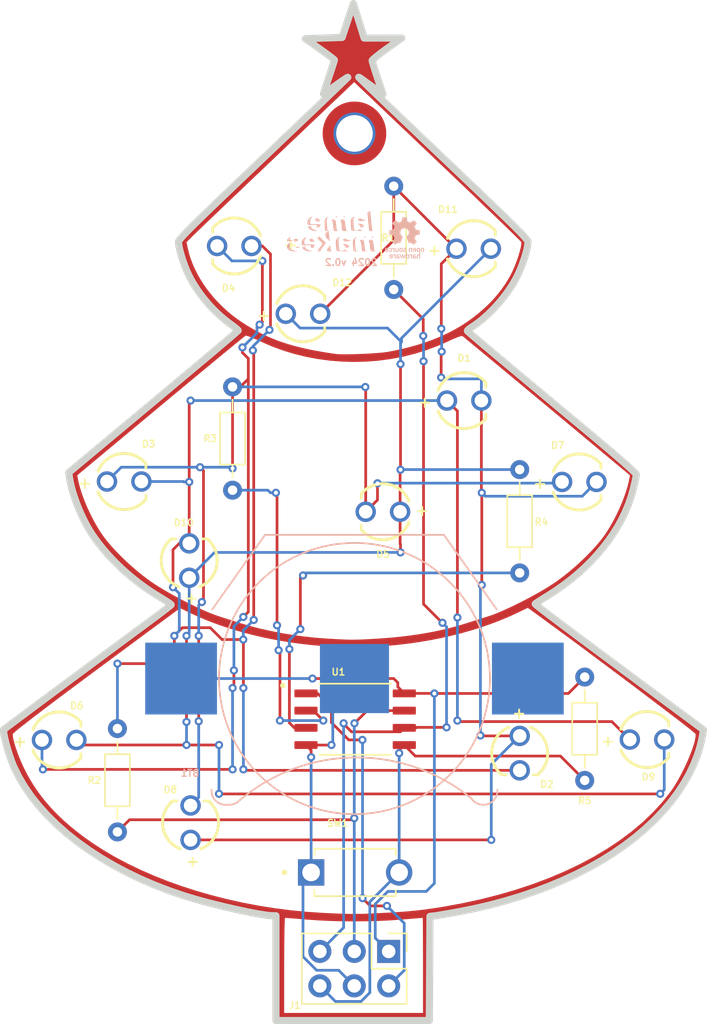
<source format=kicad_pcb>
(kicad_pcb (version 20240108) (generator "pcbnew") (generator_version "8.0")
  (title_block (title "Twinkly Tree") (date "2024-11-25") (rev "0.2") (company "lamemakes"))
  (layers (0 "F.Cu" signal) (31 "B.Cu" signal) (34 "B.Paste" user) (35 "F.Paste" user) (36 "B.SilkS" user "B.Silkscreen") (37 "F.SilkS" user "F.Silkscreen") (38 "B.Mask" user) (39 "F.Mask" user) (44 "Edge.Cuts" user))
  (net 0 "")
  (net 1 "Net-(D1-K)")
  (net 2 "Net-(D1-A)")
  (net 3 "Net-(D10-K)")
  (net 4 "Net-(D3-K)")
  (net 5 "GND")
  (net 6 "/MOSI")
  (net 7 "/+3v")
  (net 8 "/MISO")
  (net 9 "/SCK")
  (net 10 "Net-(U1-XTAL1{slash}PB3)")
  (net 11 "Net-(U1-XTAL2{slash}PB4)")
  (net 12 "/RST")
  (footprint "tree_ornament:WL-TMRC_3MM_LED" (layer "F.Cu") (at 153.8 113.6 -90)
    (property "Reference" "D2")
    (property "Value" "LED_R")
  )
  (footprint "tree_ornament:WL-TMRC_3MM_LED" (layer "F.Cu") (at 137.8 81.2)
    (property "Reference" "D12")
    (property "Value" "LED_G")
  )
  (footprint "tree_ornament:WL-TMRC_3MM_LED" (layer "F.Cu") (at 132.73 76.2 180)
    (property "Reference" "D4")
    (property "Value" "LED_R" (hide yes))
  )
  (footprint "tree_ornament:WL-TMRC_3MM_LED" (layer "F.Cu") (at 143.7 95.8 180)
    (property "Reference" "D5")
    (property "Value" "LED_G")
  )
  (footprint "Resistor_THT:R_Axial_DIN0204_L3.6mm_D1.6mm_P7.62mm_Horizontal" (layer "F.Cu") (at 132.6 86.59 -90)
    (property "Reference" "R3")
    (property "Value" "220" (hide yes))
  )
  (footprint "tree_ornament:WL-TMRC_3MM_LED" (layer "F.Cu") (at 150.4 76.4)
    (property "Reference" "D11")
    (property "Value" "LED_R")
  )
  (footprint "tree_ornament:WL-TMRC_3MM_LED" (layer "F.Cu") (at 129.4 99.4 90)
    (property "Reference" "D10")
    (property "Value" "LED_G")
  )
  (footprint "tree_ornament:WL-TMRC_3MM_LED" (layer "F.Cu") (at 163.2 112.6)
    (property "Reference" "D9")
    (property "Value" "LED_R")
  )
  (footprint "Connector_PinHeader_2.54mm:PinHeader_2x03_P2.54mm_Vertical" (layer "F.Cu") (at 144.125 128.225 -90)
    (property "Reference" "J1")
    (property "Value" "Conn_02x03_Counter_Clockwise" (hide yes))
  )
  (footprint "tree_ornament:SW_TL1107BF130WQ" (layer "F.Cu") (at 141.65 122.4)
    (property "Reference" "SW1")
    (property "Value" "TL1107BF130WQ" (hide yes))
  )
  (footprint "tree_ornament:WL-TMRC_3MM_LED" (layer "F.Cu") (at 149.7 87.6)
    (property "Reference" "D1")
    (property "Value" "LED_G" (hide yes))
  )
  (footprint "tree_ornament:WL-TMRC_3MM_LED" (layer "F.Cu") (at 119.8 112.63)
    (property "Reference" "D6")
    (property "Value" "LED_R")
  )
  (footprint "Resistor_THT:R_Axial_DIN0204_L3.6mm_D1.6mm_P7.62mm_Horizontal" (layer "F.Cu") (at 153.8 92.69 -90)
    (property "Reference" "R4")
    (property "Value" "220" (hide yes))
  )
  (footprint "tree_ornament:WL-TMRC_3MM_LED" (layer "F.Cu") (at 129.5 118.73 90)
    (property "Reference" "D8")
    (property "Value" "LED_R")
  )
  (footprint "tree_ornament:SOIC127P798X216-8N" (layer "F.Cu") (at 141.65 111.1)
    (property "Reference" "U1")
    (property "Value" "ATtiny85-20P")
  )
  (footprint "Resistor_THT:R_Axial_DIN0204_L3.6mm_D1.6mm_P7.62mm_Horizontal" (layer "F.Cu") (at 144.5 71.79 -90)
    (property "Reference" "R1")
    (property "Value" "220" (hide yes))
  )
  (footprint "tree_ornament:WL-TMRC_3MM_LED" (layer "F.Cu") (at 158.2 93.6)
    (property "Reference" "D7")
    (property "Value" "LED_G")
  )
  (footprint "Resistor_THT:R_Axial_DIN0204_L3.6mm_D1.6mm_P7.62mm_Horizontal" (layer "F.Cu") (at 158.6 107.99 -90)
    (property "Reference" "R5")
    (property "Value" "10k" (hide yes))
  )
  (footprint "MountingHole:MountingHole_2.7mm_M2.5_DIN965_Pad_TopOnly" (layer "F.Cu") (at 141.6 67.9)
    (property "Reference" "REF**" (hide yes))
    (property "Value" "MountingHole_2.7mm_M2.5_DIN965_Pad_TopOnly")
  )
  (footprint "tree_ornament:WL-TMRC_3MM_LED" (layer "F.Cu") (at 124.6 93.57)
    (property "Reference" "D3")
    (property "Value" "LED_G")
  )
  (footprint "tree_ornament:tree_outline" (layer "F.Cu") (at 141.6 95.8)
    (property "Reference" "REF**" (hide yes))
    (property "Value" "tree_outline")
  )
  (footprint "Resistor_THT:R_Axial_DIN0204_L3.6mm_D1.6mm_P7.62mm_Horizontal" (layer "F.Cu") (at 124.1 111.79 -90)
    (property "Reference" "R2")
    (property "Value" "220" (hide yes))
  )
  (footprint "tree_ornament:oshw_logo" (layer "B.Cu") (at 145.3 75.6 180)
    (property "Reference" "G***" (hide yes))
    (property "Value" "LOGO" (hide yes))
  )
  (footprint "tree_ornament:BAT_3002" (layer "B.Cu") (at 141.6 108.1)
    (property "Reference" "BT1")
    (property "Value" "3002" (hide yes))
  )
  (footprint "tree_ornament:lamemakes_logo" (layer "B.Cu") (at 139.95 75.1 180)
    (property "Reference" "G***" (hide yes))
    (property "Value" "LOGO" (hide yes))
  )
  (gr_poly (pts (xy 141.918131 59.595445) (xy 142.316162 60.867076) (xy 145.092962 60.867076) (xy 143.998835 61.645907) (xy 143.779048 61.804428) (xy 143.574006 61.956315) (xy 143.388197 62.097957) (xy 143.226108 62.225745) (xy 143.092227 62.336068) (xy 142.991041 62.425316) (xy 142.954111 62.460908) (xy 142.927039 62.489878) (xy 142.910383 62.511773) (xy 142.904707 62.526144) (xy 142.906781 62.542657) (xy 142.912866 62.57084) (xy 142.93625 62.659563) (xy 142.97322 62.787009) (xy 143.022135 62.947872) (xy 143.081357 63.136849) (xy 143.149246 63.348635) (xy 143.224161 63.577926) (xy 143.304465 63.819416) (xy 143.70422 65.011284) (xy 143.102196 64.585602) (xy 142.591193 64.220706) (xy 142.368953 64.059698) (xy 142.208008 63.941175) (xy 142.149318 63.89803) (xy 142.094566 63.859321) (xy 142.04495 63.825784) (xy 142.001667 63.798155) (xy 141.965917 63.777173) (xy 141.951241 63.769404) (xy 141.938898 63.763574) (xy 141.929036 63.759773) (xy 141.921807 63.758095) (xy 141.919226 63.75808) (xy 141.91736 63.758631) (xy 141.916226 63.759758) (xy 141.915844 63.761473) (xy 142.40883 64.244332) (xy 143.751117 65.530186) (xy 148.163582 69.727799) (xy 151.306328 72.718813) (xy 153.213275 74.563119) (xy 153.788607 75.139343) (xy 154.157331 75.529794) (xy 154.353558 75.768108) (xy 154.397647 75.840723) (xy 154.411404 75.887917) (xy 154.407085 75.990283) (xy 154.394375 76.107358) (xy 154.373749 76.237647) (xy 154.345677 76.379654) (xy 154.310635 76.531884) (xy 154.269094 76.692839) (xy 154.221527 76.861026) (xy 154.168408 77.034947) (xy 154.110209 77.213107) (xy 154.047403 77.39401) (xy 153.980463 77.576162) (xy 153.909862 77.758064) (xy 153.836073 77.938223) (xy 153.759569 78.115142) (xy 153.680823 78.287326) (xy 153.600308 78.453278) (xy 153.463441 78.712744) (xy 153.311526 78.974966) (xy 153.145804 79.238552) (xy 152.967517 79.502108) (xy 152.777908 79.764241) (xy 152.578219 80.023557) (xy 152.369691 80.278664) (xy 152.153567 80.528167) (xy 151.931089 80.770674) (xy 151.703499 81.00479) (xy 151.472039 81.229123) (xy 151.237952 81.442279) (xy 151.00248 81.642864) (xy 150.766864 81.829486) (xy 150.532347 82.000751) (xy 150.300171 82.155265) (xy 150.223654 82.205247) (xy 150.153151 82.254497) (xy 150.09014 82.30175) (xy 150.061908 82.324231) (xy 150.036103 82.345739) (xy 150.012913 82.366115) (xy 149.992521 82.385201) (xy 149.975112 82.402838) (xy 149.960872 82.418869) (xy 149.949985 82.433135) (xy 149.942637 82.445478) (xy 149.939013 82.45574) (xy 149.938655 82.460041) (xy 149.939297 82.463763) (xy 149.965796 82.494075) (xy 150.040619 82.563802) (xy 150.355648 82.838608) (xy 150.925204 83.322387) (xy 151.790105 84.049349) (xy 154.569224 86.369647) (xy 159.019562 90.073165) (xy 160.414937 91.244563) (xy 161.485047 92.165662) (xy 161.879598 92.516097) (xy 162.170596 92.784455) (xy 162.35063 92.964234) (xy 162.39672 93.018875) (xy 162.412289 93.048934) (xy 162.411083 93.069507) (xy 162.407546 93.099019) (xy 162.393952 93.182625) (xy 162.37246 93.295284) (xy 162.344025 93.432529) (xy 162.309598 93.589894) (xy 162.270134 93.76291) (xy 162.226585 93.947111) (xy 162.179905 94.13803) (xy 162.022074 94.697145) (xy 161.827845 95.252984) (xy 161.598178 95.804355) (xy 161.334035 96.350065) (xy 161.036376 96.888921) (xy 160.706162 97.419732) (xy 160.344355 97.941305) (xy 159.951915 98.452448) (xy 159.529804 98.951968) (xy 159.078982 99.438673) (xy 158.60041 99.91137) (xy 158.09505 100.368867) (xy 157.563862 100.809972) (xy 157.007808 101.233492) (xy 156.427848 101.638235) (xy 155.824944 102.023009) (xy 155.496222 102.226061) (xy 155.220972 102.401046) (xy 155.028027 102.52929) (xy 154.971429 102.570047) (xy 154.954676 102.583564) (xy 154.946221 102.592116) (xy 154.948203 102.600714) (xy 154.961467 102.617312) (xy 155.025459 102.677216) (xy 155.14543 102.777253) (xy 155.328616 102.922847) (xy 155.913569 103.372397) (xy 156.838196 104.069258) (xy 158.160374 105.056821) (xy 159.937981 106.378476) (xy 165.090992 110.197623) (xy 167.365158 111.881465) (xy 167.30534 112.242045) (xy 167.236312 112.608739) (xy 167.151127 112.974596) (xy 167.049982 113.339399) (xy 166.933072 113.702931) (xy 166.652738 114.425319) (xy 166.311687 115.140028) (xy 165.911484 115.845329) (xy 165.453692 116.539489) (xy 164.939873 117.220778) (xy 164.371593 117.887464) (xy 163.750413 118.537818) (xy 163.077897 119.170107) (xy 162.355609 119.7826) (xy 161.585112 120.373567) (xy 160.767969 120.941277) (xy 159.905744 121.483998) (xy 159 122) (xy 158.0523 122.487551) (xy 157.046447 122.955179) (xy 156.009938 123.390815) (xy 154.943673 123.794173) (xy 153.84855 124.164965) (xy 152.725469 124.502904) (xy 151.57533 124.807703) (xy 150.399032 125.079074) (xy 149.197476 125.316729) (xy 148.600258 125.423464) (xy 148.070675 125.51472) (xy 147.666246 125.580805) (xy 147.444491 125.612025) (xy 147.174801 125.637637) (xy 147.15136 129.480723) (xy 147.12792 133.323802) (xy 135.80287 133.323802) (xy 135.80287 125.5927) (xy 135.54155 125.5927) (xy 135.35664 125.583158) (xy 135.110248 125.555571) (xy 134.460778 125.452486) (xy 133.648653 125.295893) (xy 132.729386 125.098244) (xy 131.758491 124.871989) (xy 130.791481 124.629576) (xy 129.883871 124.383458) (xy 129.091173 124.146083) (xy 127.962101 123.761461) (xy 126.866866 123.340138) (xy 125.80792 122.883961) (xy 124.787715 122.39478) (xy 123.808705 121.874443) (xy 122.873341 121.324798) (xy 121.984075 120.747696) (xy 121.143361 120.144985) (xy 120.35365 119.518513) (xy 119.617395 118.87013) (xy 118.937048 118.201684) (xy 118.315061 117.515025) (xy 117.753888 116.812) (xy 117.255979 116.094459) (xy 116.823789 115.364251) (xy 116.459769 114.623225) (xy 116.382452 114.440282) (xy 116.304855 114.242155) (xy 116.152588 113.814446) (xy 116.010515 113.368301) (xy 115.886181 112.931921) (xy 115.787134 112.533507) (xy 115.720919 112.20126) (xy 115.702481 112.068762) (xy 115.695082 111.963382) (xy 115.699664 111.888645) (xy 115.706743 111.863868) (xy 115.717171 111.848075) (xy 120.155184 108.548479) (xy 126.514574 103.848914) (xy 127.11469 103.403796) (xy 127.607104 103.030819) (xy 127.940932 102.76907) (xy 128.032476 102.692123) (xy 128.056623 102.669268) (xy 128.065293 102.657641) (xy 128.064529 102.6541) (xy 128.06161 102.649311) (xy 128.049513 102.636131) (xy 128.029428 102.618388) (xy 128.00178 102.596365) (xy 127.966996 102.570347) (xy 127.9255 102.54062) (xy 127.824077 102.471177) (xy 127.700916 102.390314) (xy 127.559424 102.30031) (xy 127.403004 102.203444) (xy 127.235063 102.101996) (xy 126.858389 101.870339) (xy 126.487738 101.628644) (xy 126.123659 101.377418) (xy 125.766698 101.117169) (xy 125.417402 100.848403) (xy 125.07632 100.571627) (xy 124.743999 100.287348) (xy 124.420986 99.996073) (xy 124.107828 99.698308) (xy 123.805073 99.39456) (xy 123.513269 99.085337) (xy 123.232962 98.771145) (xy 122.9647 98.452491) (xy 122.709031 98.129882) (xy 122.466502 97.803825) (xy 122.23766 97.474826) (xy 122.094561 97.253403) (xy 121.953256 97.01846) (xy 121.814466 96.771787) (xy 121.678909 96.515177) (xy 121.547306 96.250423) (xy 121.420376 95.979315) (xy 121.298838 95.703647) (xy 121.183413 95.425209) (xy 121.074821 95.145795) (xy 120.973779 94.867196) (xy 120.881009 94.591204) (xy 120.79723 94.319611) (xy 120.723161 94.054209) (xy 120.659523 93.79679) (xy 120.607034 93.549147) (xy 120.566415 93.313071) (xy 120.505922 92.909671) (xy 126.760996 87.703078) (xy 131.178642 84.007075) (xy 132.522505 82.868071) (xy 133.01607 82.432326) (xy 133.015335 82.428512) (xy 133.013155 82.423707) (xy 133.009565 82.417939) (xy 133.004602 82.41124) (xy 132.9907 82.395166) (xy 132.971736 82.375723) (xy 132.947999 82.35315) (xy 132.919776 82.327684) (xy 132.887355 82.299567) (xy 132.851026 82.269035) (xy 132.811075 82.236328) (xy 132.76779 82.201685) (xy 132.721461 82.165344) (xy 132.672374 82.127545) (xy 132.620818 82.088525) (xy 132.567081 82.048525) (xy 132.511451 82.007782) (xy 132.454216 81.966536) (xy 132.218599 81.791991) (xy 131.986139 81.60763) (xy 131.757378 81.414088) (xy 131.53286 81.212002) (xy 131.313129 81.002007) (xy 131.098726 80.78474) (xy 130.890196 80.560835) (xy 130.688081 80.330931) (xy 130.492925 80.095661) (xy 130.30527 79.855663) (xy 130.12566 79.611572) (xy 129.954637 79.364023) (xy 129.792746 79.113654) (xy 129.640529 78.8611) (xy 129.498529 78.606997) (xy 129.36729 78.351981) (xy 129.295096 78.200138) (xy 129.223815 78.040143) (xy 129.086057 77.702434) (xy 128.958151 77.352337) (xy 128.844236 77.003334) (xy 128.748448 76.668908) (xy 128.674924 76.362541) (xy 128.647804 76.224094) (xy 128.627801 76.097717) (xy 128.615433 75.985096) (xy 128.611216 75.887917) (xy 128.614569 75.867235) (xy 128.624973 75.840723) (xy 128.642959 75.807855) (xy 128.669061 75.768107) (xy 128.747745 75.665865) (xy 128.865289 75.529794) (xy 129.025956 75.355687) (xy 129.234012 75.139342) (xy 129.49372 74.876554) (xy 129.809344 74.563118) (xy 130.185149 74.19483) (xy 130.625399 73.767486) (xy 131.71629 72.718812) (xy 133.116131 71.383462) (xy 134.859036 69.727799) (xy 139.271499 65.531003) (xy 141.106772 63.764252) (xy 141.104171 63.762881) (xy 141.096516 63.765208) (xy 141.066916 63.780351) (xy 140.956681 63.848362) (xy 140.79006 63.958612) (xy 140.581049 64.101428) (xy 140.343642 64.26714) (xy 140.091836 64.446074) (xy 139.839625 64.628557) (xy 139.601004 64.804919) (xy 139.54233 64.848184) (xy 139.487625 64.887238) (xy 139.438084 64.921321) (xy 139.394901 64.949671) (xy 139.359271 64.971527) (xy 139.33239 64.986128) (xy 139.322603 64.99047) (xy 139.315452 64.992713) (xy 139.311085 64.992761) (xy 139.309993 64.991932) (xy 139.309653 64.990519) (xy 139.318057 64.95919) (xy 139.341825 64.882272) (xy 139.42882 64.612039) (xy 139.557365 64.220571) (xy 139.714188 63.748617) (xy 139.870946 63.275073) (xy 139.999317 62.879274) (xy 140.086054 62.60263) (xy 140.109671 62.521934) (xy 140.117911 62.486555) (xy 140.116507 62.482828) (xy 140.112341 62.477179) (xy 140.095998 62.460323) (xy 140.069433 62.436405) (xy 140.033195 62.405841) (xy 139.933907 62.326447) (xy 139.802535 62.225479) (xy 139.643485 62.106276) (xy 139.461159 61.972176) (xy 139.25996 61.826518) (xy 139.044293 61.672638) (xy 137.970677 60.912024) (xy 139.329106 60.867076) (xy 140.687533 60.822128) (xy 141.103815 59.572971) (xy 141.5201 58.323814)) (stroke (width 0.529166)) (fill none) (layer "Edge.Cuts"))
  (gr_text "2024 v0.2" (at 143.35 77.7 0) (layer "B.SilkS") (effects (font (size 0.5 0.5) (thickness 0.1) (bold yes)) (justify left bottom mirror)))
  (segment (start 135.4 76.8) (end 134.8 76.2) (width 0.2) (layer "F.Cu") (net 1))
  (segment (start 134.8 76.2) (end 134 76.2) (width 0.2) (layer "F.Cu") (net 1))
  (segment (start 129.4 98.13) (end 129.4 93.6) (width 0.2) (layer "F.Cu") (net 1))
  (segment (start 135.4 82.309471) (end 135.4 76.8) (width 0.2) (layer "F.Cu") (net 1))
  (segment (start 131.824467 105.224467) (end 130.949998 104.349998) (width 0.2) (layer "F.Cu") (net 1))
  (segment (start 129.4 87.7) (end 129.5 87.6) (width 0.2) (layer "F.Cu") (net 1))
  (segment (start 128.67 98.13) (end 129.4 98.13) (width 0.2) (layer "F.Cu") (net 1))
  (segment (start 161.93 112.6) (end 160.606 111.276) (width 0.2) (layer "F.Cu") (net 1))
  (segment (start 134.16357 103.778655) (end 134.16357 83.96357) (width 0.2) (layer "F.Cu") (net 1))
  (segment (start 128.203641 101.367625) (end 128.203641 98.603641) (width 0.2) (layer "F.Cu") (net 1))
  (segment (start 133.391928 105.224467) (end 131.824467 105.224467) (width 0.2) (layer "F.Cu") (net 1))
  (segment (start 124.1 107) (end 128.2 107) (width 0.2) (layer "F.Cu") (net 1))
  (segment (start 133.4 105.232539) (end 133.391928 105.224467) (width 0.2) (layer "F.Cu") (net 1))
  (segment (start 130.949998 104.349998) (end 128.9 104.349998) (width 0.2) (layer "F.Cu") (net 1))
  (segment (start 128.9 104.349998) (end 128.3 104.949998) (width 0.2) (layer "F.Cu") (net 1))
  (segment (start 128.3 106.9) (end 128.3 104.949998) (width 0.2) (layer "F.Cu") (net 1))
  (segment (start 128.203641 98.603641) (end 128.2 98.6) (width 0.2) (layer "F.Cu") (net 1))
  (segment (start 128.2 98.6) (end 128.67 98.13) (width 0.2) (layer "F.Cu") (net 1))
  (segment (start 133.4 108.8) (end 133.4 105.232539) (width 0.2) (layer "F.Cu") (net 1))
  (segment (start 135.324167 82.385304) (end 135.4 82.309471) (width 0.2) (layer "F.Cu") (net 1))
  (segment (start 149.2 103.6) (end 149.2 88.37) (width 0.2) (layer "F.Cu") (net 1))
  (segment (start 134.16357 83.96357) (end 134.1 83.9) (width 0.2) (layer "F.Cu") (net 1))
  (segment (start 128.2 107) (end 128.3 106.9) (width 0.2) (layer "F.Cu") (net 1))
  (segment (start 153.8 114.87) (end 133.47 114.87) (width 0.2) (layer "F.Cu") (net 1))
  (segment (start 149.276 111.276) (end 149.2 111.2) (width 0.2) (layer "F.Cu") (net 1))
  (segment (start 133.47 114.87) (end 133.4 114.8) (width 0.2) (layer "F.Cu") (net 1))
  (segment (start 129.4 93.6) (end 129.4 87.7) (width 0.2) (layer "F.Cu") (net 1))
  (segment (start 149.2 88.37) (end 148.43 87.6) (width 0.2) (layer "F.Cu") (net 1))
  (segment (start 160.606 111.276) (end 149.276 111.276) (width 0.2) (layer "F.Cu") (net 1))
  (via (at 133.4 114.8) (size 0.6) (drill 0.3) (layers "F.Cu" "B.Cu") (net 1))
  (via (at 128.203641 101.367625) (size 0.6) (drill 0.3) (layers "F.Cu" "B.Cu") (net 1))
  (via (at 134.16357 103.778655) (size 0.6) (drill 0.3) (layers "F.Cu" "B.Cu") (net 1))
  (via (at 128.3 104.949998) (size 0.6) (drill 0.3) (layers "F.Cu" "B.Cu") (net 1))
  (via (at 124.1 107) (size 0.6) (drill 0.3) (layers "F.Cu" "B.Cu") (net 1))
  (via (at 134.1 83.9) (size 0.6) (drill 0.3) (layers "F.Cu" "B.Cu") (net 1))
  (via (at 149.2 111.2) (size 0.6) (drill 0.3) (layers "F.Cu" "B.Cu") (net 1))
  (via (at 129.5 87.6) (size 0.6) (drill 0.3) (layers "F.Cu" "B.Cu") (net 1))
  (via (at 135.324167 82.385304) (size 0.6) (drill 0.3) (layers "F.Cu" "B.Cu") (net 1))
  (via (at 133.4 108.8) (size 0.6) (drill 0.3) (layers "F.Cu" "B.Cu") (net 1))
  (via (at 129.4 93.6) (size 0.6) (drill 0.3) (layers "F.Cu" "B.Cu") (net 1))
  (via (at 149.2 103.6) (size 0.6) (drill 0.3) (layers "F.Cu" "B.Cu") (net 1))
  (via (at 133.391928 105.224467) (size 0.6) (drill 0.3) (layers "F.Cu" "B.Cu") (net 1))
  (segment (start 128.66825 101.832234) (end 128.203641 101.367625) (width 0.2) (layer "B.Cu") (net 1))
  (segment (start 149.2 111.2) (end 149.2 103.6) (width 0.2) (layer "B.Cu") (net 1))
  (segment (start 134.1 83.9) (end 134 83.8) (width 0.2) (layer "B.Cu") (net 1))
  (segment (start 133.391928 105.224467) (end 133.391928 104.550297) (width 0.2) (layer "B.Cu") (net 1))
  (segment (start 128.97 93.57) (end 125.87 93.57) (width 0.2) (layer "B.Cu") (net 1))
  (segment (start 129 93.6) (end 128.97 93.57) (width 0.2) (layer "B.Cu") (net 1))
  (segment (start 133.4 114.8) (end 133.4 108.8) (width 0.2) (layer "B.Cu") (net 1))
  (segment (start 129.5 87.6) (end 148.43 87.6) (width 0.2) (layer "B.Cu") (net 1))
  (segment (start 128.3 104.949998) (end 128.66825 104.581748) (width 0.2) (layer "B.Cu") (net 1))
  (segment (start 134.1 83.9) (end 134.1 83.609471) (width 0.2) (layer "B.Cu") (net 1))
  (segment (start 134.1 83.609471) (end 135.324167 82.385304) (width 0.2) (layer "B.Cu") (net 1))
  (segment (start 133.391928 104.550297) (end 134.16357 103.778655) (width 0.2) (layer "B.Cu") (net 1))
  (segment (start 129.4 93.6) (end 129 93.6) (width 0.2) (layer "B.Cu") (net 1))
  (segment (start 128.66825 104.581748) (end 128.66825 101.832234) (width 0.2) (layer "B.Cu") (net 1))
  (segment (start 124.1 111.79) (end 124.1 107) (width 0.2) (layer "B.Cu") (net 1))
  (segment (start 148 84.028405) (end 148.039272 83.989133) (width 0.2) (layer "F.Cu") (net 2))
  (segment (start 153.8 112.33) (end 150.93 112.33) (width 0.2) (layer "F.Cu") (net 2))
  (segment (start 148 85.9) (end 148 84.028405) (width 0.2) (layer "F.Cu") (net 2))
  (segment (start 144.5 75.77) (end 139.07 81.2) (width 0.2) (layer "F.Cu") (net 2))
  (segment (start 150.97 94.37) (end 151 94.4) (width 0.2) (layer "F.Cu") (net 2))
  (segment (start 144.5 71.79) (end 149.11 76.4) (width 0.2) (layer "F.Cu") (net 2))
  (segment (start 144.5 71.79) (end 144.5 75.77) (width 0.2) (layer "F.Cu") (net 2))
  (segment (start 149.11 76.4) (end 149.13 76.4) (width 0.2) (layer "F.Cu") (net 2))
  (segment (start 148.01088 82.299205) (end 148.01088 77.51912) (width 0.2) (layer "F.Cu") (net 2))
  (segment (start 129.5 120) (end 151.7 120) (width 0.2) (layer "F.Cu") (net 2))
  (segment (start 150.97 87.6) (end 150.97 94.37) (width 0.2) (layer "F.Cu") (net 2))
  (segment (start 148.01088 77.51912) (end 149.13 76.4) (width 0.2) (layer "F.Cu") (net 2))
  (segment (start 150.93 112.33) (end 150.9 112.3) (width 0.2) (layer "F.Cu") (net 2))
  (segment (start 151 101.2) (end 151 94.4) (width 0.2) (layer "F.Cu") (net 2))
  (via (at 151 94.4) (size 0.6) (drill 0.3) (layers "F.Cu" "B.Cu") (net 2))
  (via (at 148 85.9) (size 0.6) (drill 0.3) (layers "F.Cu" "B.Cu") (net 2))
  (via (at 151 101.2) (size 0.6) (drill 0.3) (layers "F.Cu" "B.Cu") (net 2))
  (via (at 151.7 120) (size 0.6) (drill 0.3) (layers "F.Cu" "B.Cu") (net 2))
  (via (at 150.9 112.3) (size 0.6) (drill 0.3) (layers "F.Cu" "B.Cu") (net 2))
  (via (at 148.01088 82.299205) (size 0.6) (drill 0.3) (layers "F.Cu" "B.Cu") (net 2))
  (via (at 148.039272 83.989133) (size 0.6) (drill 0.3) (layers "F.Cu" "B.Cu") (net 2))
  (segment (start 148.039272 82.327597) (end 148.01088 82.299205) (width 0.2) (layer "B.Cu") (net 2))
  (segment (start 150.9 112.3) (end 150.9 101.3) (width 0.2) (layer "B.Cu") (net 2))
  (segment (start 158.416 94.654) (end 159.47 93.6) (width 0.2) (layer "B.Cu") (net 2))
  (segment (start 148.1 86) (end 148 85.9) (width 0.2) (layer "B.Cu") (net 2))
  (segment (start 150.97 86.07) (end 150.9 86) (width 0.2) (layer "B.Cu") (net 2))
  (segment (start 151 94.4) (end 151.254 94.654) (width 0.2) (layer "B.Cu") (net 2))
  (segment (start 150.9 86) (end 148.1 86) (width 0.2) (layer "B.Cu") (net 2))
  (segment (start 148.039272 83.989133) (end 148.039272 82.327597) (width 0.2) (layer "B.Cu") (net 2))
  (segment (start 150.9 101.3) (end 151 101.2) (width 0.2) (layer "B.Cu") (net 2))
  (segment (start 151.7 114.43) (end 153.8 112.33) (width 0.2) (layer "B.Cu") (net 2))
  (segment (start 151.7 120) (end 151.7 114.43) (width 0.2) (layer "B.Cu") (net 2))
  (segment (start 151.254 94.654) (end 158.416 94.654) (width 0.2) (layer "B.Cu") (net 2))
  (segment (start 150.97 87.6) (end 150.97 86.07) (width 0.2) (layer "B.Cu") (net 2))
  (segment (start 121.44 113) (end 129.2 113) (width 0.2) (layer "F.Cu") (net 3))
  (segment (start 131.6 113) (end 129.2 113) (width 0.2) (layer "F.Cu") (net 3))
  (segment (start 129.2 111.3) (end 129.2 104.949998) (width 0.2) (layer "F.Cu") (net 3))
  (segment (start 145 84.911533) (end 145.001834 84.909699) (width 0.2) (layer "F.Cu") (net 3))
  (segment (start 144.97 98.17) (end 144.97 95.8) (width 0.2) (layer "F.Cu") (net 3))
  (segment (start 145 98.2) (end 144.97 98.17) (width 0.2) (layer "F.Cu") (net 3))
  (segment (start 145 98.8) (end 145 98.2) (width 0.2) (layer "F.Cu") (net 3))
  (segment (start 164.164895 116.61) (end 131.61 116.61) (width 0.2) (layer "F.Cu") (net 3))
  (segment (start 121.07 112.63) (end 121.44 113) (width 0.2) (layer "F.Cu") (net 3))
  (segment (start 145 92.7) (end 145 84.911533) (width 0.2) (layer "F.Cu") (net 3))
  (segment (start 131.61 116.61) (end 131.6 116.6) (width 0.2) (layer "F.Cu") (net 3))
  (segment (start 164.174897 116.599998) (end 164.164895 116.61) (width 0.2) (layer "F.Cu") (net 3))
  (segment (start 145 92.7) (end 144.97 92.73) (width 0.2) (layer "F.Cu") (net 3))
  (segment (start 144.97 92.73) (end 144.97 95.8) (width 0.2) (layer "F.Cu") (net 3))
  (via (at 129.2 113) (size 0.6) (drill 0.3) (layers "F.Cu" "B.Cu") (net 3))
  (via (at 131.6 116.6) (size 0.6) (drill 0.3) (layers "F.Cu" "B.Cu") (net 3))
  (via (at 145 92.7) (size 0.6) (drill 0.3) (layers "F.Cu" "B.Cu") (net 3))
  (via (at 145.001834 84.909699) (size 0.6) (drill 0.3) (layers "F.Cu" "B.Cu") (net 3))
  (via (at 145 98.8) (size 0.6) (drill 0.3) (layers "F.Cu" "B.Cu") (net 3))
  (via (at 129.2 111.3) (size 0.6) (drill 0.3) (layers "F.Cu" "B.Cu") (net 3))
  (via (at 164.174897 116.599998) (size 0.6) (drill 0.3) (layers "F.Cu" "B.Cu") (net 3))
  (via (at 129.2 104.949998) (size 0.6) (drill 0.3) (layers "F.Cu" "B.Cu") (net 3))
  (via (at 131.6 113) (size 0.6) (drill 0.3) (layers "F.Cu" "B.Cu") (net 3))
  (segment (start 164.47 112.6) (end 164.47 116.304895) (width 0.2) (layer "B.Cu") (net 3))
  (segment (start 131.27 98.8) (end 145 98.8) (width 0.2) (layer "B.Cu") (net 3))
  (segment (start 129.2 113) (end 129.2 111.3) (width 0.2) (layer "B.Cu") (net 3))
  (segment (start 145.074393 83.286375) (end 145.074393 82.995607) (width 0.2) (layer "B.Cu") (net 3))
  (segment (start 145.01 92.69) (end 145 92.7) (width 0.2) (layer "B.Cu") (net 3))
  (segment (start 164.47 116.304895) (end 164.174897 116.599998) (width 0.2) (layer "B.Cu") (net 3))
  (segment (start 153.8 92.69) (end 145.01 92.69) (width 0.2) (layer "B.Cu") (net 3))
  (segment (start 129.4 104.749998) (end 129.4 100.67) (width 0.2) (layer "B.Cu") (net 3))
  (segment (start 145.001834 84.909699) (end 145.001834 83.358934) (width 0.2) (layer "B.Cu") (net 3))
  (segment (start 131.6 116.6) (end 131.6 113) (width 0.2) (layer "B.Cu") (net 3))
  (segment (start 145.074393 83.286375) (end 144.042018 82.254) (width 0.2) (layer "B.Cu") (net 3))
  (segment (start 129.4 100.67) (end 131.27 98.8) (width 0.2) (layer "B.Cu") (net 3))
  (segment (start 129.2 104.949998) (end 129.4 104.749998) (width 0.2) (layer "B.Cu") (net 3))
  (segment (start 144.042018 82.254) (end 137.584 82.254) (width 0.2) (layer "B.Cu") (net 3))
  (segment (start 145.074393 82.995607) (end 151.67 76.4) (width 0.2) (layer "B.Cu") (net 3))
  (segment (start 137.584 82.254) (end 136.53 81.2) (width 0.2) (layer "B.Cu") (net 3))
  (segment (start 145.001834 83.358934) (end 145.074393 83.286375) (width 0.2) (layer "B.Cu") (net 3))
  (segment (start 130.1 104.949998) (end 130.1 111.250002) (width 0.2) (layer "F.Cu") (net 4))
  (segment (start 133.76357 84.5) (end 133.76357 86) (width 0.2) (layer "F.Cu") (net 4))
  (segment (start 142.43 95.8) (end 142.43 86.63) (width 0.2) (layer "F.Cu") (net 4))
  (segment (start 132.7 107.5) (end 132.7 108.699997) (width 0.2) (layer "F.Cu") (net 4))
  (segment (start 130.454 102.340911) (end 130.454 92.77) (width 0.2) (layer "F.Cu") (net 4))
  (segment (start 133.330778 84.067208) (end 133.76357 84.5) (width 0.2) (layer "F.Cu") (net 4))
  (segment (start 133.76357 86) (end 133.76357 103.188508) (width 0.2) (layer "F.Cu") (net 4))
  (segment (start 134.8 77.3) (end 134.8 81.8) (width 0.2) (layer "F.Cu") (net 4))
  (segment (start 132.6 114.8) (end 118.6 114.8) (width 0.2) (layer "F.Cu") (net 4))
  (segment (start 132.6 86.59) (end 132.6 92.6) (width 0.2) (layer "F.Cu") (net 4))
  (segment (start 143.3 93.7) (end 143.3 94.93) (width 0.2) (layer "F.Cu") (net 4))
  (segment (start 142.43 86.63) (end 142.4 86.6) (width 0.2) (layer "F.Cu") (net 4))
  (segment (start 132.6 86.59) (end 133.17357 86.59) (width 0.2) (layer "F.Cu") (net 4))
  (segment (start 133.17357 86.59) (end 133.76357 86) (width 0.2) (layer "F.Cu") (net 4))
  (segment (start 130.454 92.77) (end 130.2 92.516) (width 0.2) (layer "F.Cu") (net 4))
  (segment (start 133.330778 83.680222) (end 133.330778 84.067208) (width 0.2) (layer "F.Cu") (net 4))
  (segment (start 133.76357 103.188508) (end 133.394809 103.557269) (width 0.2) (layer "F.Cu") (net 4))
  (segment (start 143.3 94.93) (end 142.43 95.8) (width 0.2) (layer "F.Cu") (net 4))
  (segment (start 134.8 81.8) (end 134.6 82) (width 0.2) (layer "F.Cu") (net 4))
  (segment (start 130.336467 102.458444) (end 130.454 102.340911) (width 0.2) (layer "F.Cu") (net 4))
  (segment (start 132.7 108.699997) (end 132.599997 108.8) (width 0.2) (layer "F.Cu") (net 4))
  (via (at 130.2 92.516) (size 0.6) (drill 0.3) (layers "F.Cu" "B.Cu") (net 4))
  (via (at 130.1 104.949998) (size 0.6) (drill 0.3) (layers "F.Cu" "B.Cu") (net 4))
  (via (at 132.599997 108.8) (size 0.6) (drill 0.3) (layers "F.Cu" "B.Cu") (net 4))
  (via (at 133.330778 83.680222) (size 0.6) (drill 0.3) (layers "F.Cu" "B.Cu") (net 4))
  (via (at 142.4 86.6) (size 0.6) (drill 0.3) (layers "F.Cu" "B.Cu") (net 4))
  (via (at 132.6 92.6) (size 0.6) (drill 0.3) (layers "F.Cu" "B.Cu") (net 4))
  (via (at 132.7 107.5) (size 0.6) (drill 0.3) (layers "F.Cu" "B.Cu") (net 4))
  (via (at 143.3 93.7) (size 0.6) (drill 0.3) (layers "F.Cu" "B.Cu") (net 4))
  (via (at 132.6 114.8) (size 0.6) (drill 0.3) (layers "F.Cu" "B.Cu") (net 4))
  (via (at 130.1 111.250002) (size 0.6) (drill 0.3) (layers "F.Cu" "B.Cu") (net 4))
  (via (at 133.394809 103.557269) (size 0.6) (drill 0.3) (layers "F.Cu" "B.Cu") (net 4))
  (via (at 134.8 77.3) (size 0.6) (drill 0.3) (layers "F.Cu" "B.Cu") (net 4))
  (via (at 134.6 82) (size 0.6) (drill 0.3) (layers "F.Cu" "B.Cu") (net 4))
  (via (at 130.336467 102.458444) (size 0.6) (drill 0.3) (layers "F.Cu" "B.Cu") (net 4))
  (via (at 118.6 114.8) (size 0.6) (drill 0.3) (layers "F.Cu" "B.Cu") (net 4))
  (segment (start 133.394809 103.557269) (end 132.7 104.252078) (width 0.2) (layer "B.Cu") (net 4))
  (segment (start 132.7 104.252078) (end 132.7 107.5) (width 0.2) (layer "B.Cu") (net 4))
  (segment (start 134.4 82.611) (end 133.330778 83.680222) (width 0.2) (layer "B.Cu") (net 4))
  (segment (start 130.1 116.86) (end 129.5 117.46) (width 0.2) (layer "B.Cu") (net 4))
  (segment (start 156.84 93.69) (end 143.31 93.69) (width 0.2) (layer "B.Cu") (net 4))
  (segment (start 130.2 92.516) (end 124.384 92.516) (width 0.2) (layer "B.Cu") (net 4))
  (segment (start 132.6 92.6) (end 132.516 92.516) (width 0.2) (layer "B.Cu") (net 4))
  (segment (start 143.31 93.69) (end 143.3 93.7) (width 0.2) (layer "B.Cu") (net 4))
  (segment (start 134.6 82) (end 134.4 82.2) (width 0.2) (layer "B.Cu") (net 4))
  (segment (start 130.1 102.694911) (end 130.1 104.949998) (width 0.2) (layer "B.Cu") (net 4))
  (segment (start 130.336467 102.458444) (end 130.1 102.694911) (width 0.2) (layer "B.Cu") (net 4))
  (segment (start 142.39 86.59) (end 132.6 86.59) (width 0.2) (layer "B.Cu") (net 4))
  (segment (start 134.4 82.2) (end 134.4 82.611) (width 0.2) (layer "B.Cu") (net 4))
  (segment (start 132.599997 108.8) (end 132.599997 114.799997) (width 0.2) (layer "B.Cu") (net 4))
  (segment (start 124.384 92.516) (end 123.33 93.57) (width 0.2) (layer "B.Cu") (net 4))
  (segment (start 132.516 92.516) (end 130.2 92.516) (width 0.2) (layer "B.Cu") (net 4))
  (segment (start 130.1 111.250002) (end 130.1 116.86) (width 0.2) (layer "B.Cu") (net 4))
  (segment (start 142.4 86.6) (end 142.39 86.59) (width 0.2) (layer "B.Cu") (net 4))
  (segment (start 156.93 93.6) (end 156.84 93.69) (width 0.2) (layer "B.Cu") (net 4))
  (segment (start 131.46 76.2) (end 132.56 77.3) (width 0.2) (layer "B.Cu") (net 4))
  (segment (start 118.6 114.8) (end 118.53 114.73) (width 0.2) (layer "B.Cu") (net 4))
  (segment (start 132.56 77.3) (end 134.8 77.3) (width 0.2) (layer "B.Cu") (net 4))
  (segment (start 118.53 114.73) (end 118.53 112.63) (width 0.2) (layer "B.Cu") (net 4))
  (segment (start 132.599997 114.799997) (end 132.6 114.8) (width 0.2) (layer "B.Cu") (net 4))
  (segment (start 138.4 113.9) (end 138.4 113.385) (width 0.2) (layer "F.Cu") (net 5))
  (segment (start 138.4 113.385) (end 138.02 113.005) (width 0.2) (layer "F.Cu") (net 5))
  (segment (start 139.895 113.005) (end 139.9 113) (width 0.2) (layer "F.Cu") (net 5))
  (segment (start 138.02 113.005) (end 139.895 113.005) (width 0.2) (layer "F.Cu") (net 5))
  (via (at 139.9 113) (size 0.6) (drill 0.3) (layers "F.Cu" "B.Cu") (net 5))
  (via (at 138.4 113.9) (size 0.6) (drill 0.3) (layers "F.Cu" "B.Cu") (net 5))
  (segment (start 141.585 130.765) (end 140.435 129.615) (width 0.2) (layer "B.Cu") (net 5))
  (segment (start 138.4 122.4) (end 138.4 113.9) (width 0.2) (layer "B.Cu") (net 5))
  (segment (start 140.435 129.615) (end 138.808654 129.615) (width 0.2) (layer "B.Cu") (net 5))
  (segment (start 140 112.9) (end 140 109.7) (width 0.2) (layer "B.Cu") (net 5))
  (segment (start 137.8 123) (end 138.4 122.4) (width 0.2) (layer "B.Cu") (net 5))
  (segment (start 140 109.7) (end 141.6 108.1) (width 0.2) (layer "B.Cu") (net 5))
  (segment (start 139.9 113) (end 140 112.9) (width 0.2) (layer "B.Cu") (net 5))
  (segment (start 138.808654 129.615) (end 137.8 128.606346) (width 0.2) (layer "B.Cu") (net 5))
  (segment (start 137.8 128.606346) (end 137.8 123) (width 0.2) (layer "B.Cu") (net 5))
  (segment (start 144.9 113.6) (end 144.9 113.385) (width 0.2) (layer "F.Cu") (net 6))
  (segment (start 156.806 113.816) (end 146.091 113.816) (width 0.2) (layer "F.Cu") (net 6))
  (segment (start 146.091 113.816) (end 145.28 113.005) (width 0.2) (layer "F.Cu") (net 6))
  (segment (start 144.9 113.385) (end 145.28 113.005) (width 0.2) (layer "F.Cu") (net 6))
  (segment (start 158.6 115.61) (end 156.806 113.816) (width 0.2) (layer "F.Cu") (net 6))
  (via (at 144.9 113.6) (size 0.6) (drill 0.3) (layers "F.Cu" "B.Cu") (net 6))
  (segment (start 139.045 130.765) (end 140.195 131.915) (width 0.2) (layer "B.Cu") (net 6))
  (segment (start 142.735 124.565) (end 144.9 122.4) (width 0.2) (layer "B.Cu") (net 6))
  (segment (start 142.735 131.265) (end 142.735 124.565) (width 0.2) (layer "B.Cu") (net 6))
  (segment (start 144.9 122.4) (end 144.9 113.6) (width 0.2) (layer "B.Cu") (net 6))
  (segment (start 140.195 131.915) (end 142.085 131.915) (width 0.2) (layer "B.Cu") (net 6))
  (segment (start 142.085 131.915) (end 142.735 131.265) (width 0.2) (layer "B.Cu") (net 6))
  (segment (start 157.39 109.2) (end 158.6 107.99) (width 0.2) (layer "F.Cu") (net 7))
  (segment (start 147.5 109.2) (end 147.495 109.195) (width 0.2) (layer "F.Cu") (net 7))
  (segment (start 138.5 108.1) (end 144.5 108.1) (width 0.2) (layer "F.Cu") (net 7))
  (segment (start 147.5 109.2) (end 157.39 109.2) (width 0.2) (layer "F.Cu") (net 7))
  (segment (start 147.495 109.195) (end 145.28 109.195) (width 0.2) (layer "F.Cu") (net 7))
  (segment (start 144.8 108.4) (end 144.8 108.715) (width 0.2) (layer "F.Cu") (net 7))
  (segment (start 144.5 108.1) (end 144.8 108.4) (width 0.2) (layer "F.Cu") (net 7))
  (segment (start 144.8 108.715) (end 145.28 109.195) (width 0.2) (layer "F.Cu") (net 7))
  (via (at 138.5 108.1) (size 0.6) (drill 0.3) (layers "F.Cu" "B.Cu") (net 7))
  (via (at 147.5 109.2) (size 0.6) (drill 0.3) (layers "F.Cu" "B.Cu") (net 7))
  (segment (start 147.5 123.2) (end 147.5 109.2) (width 0.2) (layer "B.Cu") (net 7))
  (segment (start 144.065686 123.8) (end 146.9 123.8) (width 0.2) (layer "B.Cu") (net 7))
  (segment (start 143.135 127.235) (end 143.135 124.730686) (width 0.2) (layer "B.Cu") (net 7))
  (segment (start 146.9 123.8) (end 147.5 123.2) (width 0.2) (layer "B.Cu") (net 7))
  (segment (start 128.8 108.1) (end 138.5 108.1) (width 0.2) (layer "B.Cu") (net 7))
  (segment (start 144.125 128.225) (end 143.135 127.235) (width 0.2) (layer "B.Cu") (net 7))
  (segment (start 143.135 124.730686) (end 144.065686 123.8) (width 0.2) (layer "B.Cu") (net 7))
  (segment (start 145.28 111.735) (end 144.99 112.025) (width 0.2) (layer "F.Cu") (net 8))
  (segment (start 146.677651 82.830517) (end 146.677651 81.587651) (width 0.2) (layer "F.Cu") (net 8))
  (segment (start 141.376471 112.025) (end 140.799997 111.448526) (width 0.2) (layer "F.Cu") (net 8))
  (segment (start 148.094647 103.992203) (end 148.098243 103.988607) (width 0.2) (layer "F.Cu") (net 8))
  (segment (start 146.169999 111.7) (end 148.4 111.7) (width 0.2) (layer "F.Cu") (net 8))
  (segment (start 146.7 102.609002) (end 146.7 84.7) (width 0.2) (layer "F.Cu") (net 8))
  (segment (start 145.28 111.735) (end 146.134999 111.735) (width 0.2) (layer "F.Cu") (net 8))
  (segment (start 148.083201 103.992203) (end 146.7 102.609002) (width 0.2) (layer "F.Cu") (net 8))
  (segment (start 146.677651 81.587651) (end 144.5 79.41) (width 0.2) (layer "F.Cu") (net 8))
  (segment (start 144.99 112.025) (end 141.376471 112.025) (width 0.2) (layer "F.Cu") (net 8))
  (segment (start 140.799997 111.448526) (end 140.799997 111.4) (width 0.2) (layer "F.Cu") (net 8))
  (segment (start 148.083201 103.992203) (end 148.094647 103.992203) (width 0.2) (layer "F.Cu") (net 8))
  (segment (start 146.134999 111.735) (end 146.169999 111.7) (width 0.2) (layer "F.Cu") (net 8))
  (via (at 146.7 84.7) (size 0.6) (drill 0.3) (layers "F.Cu" "B.Cu") (net 8))
  (via (at 140.799997 111.4) (size 0.6) (drill 0.3) (layers "F.Cu" "B.Cu") (net 8))
  (via (at 146.677651 82.830517) (size 0.6) (drill 0.3) (layers "F.Cu" "B.Cu") (net 8))
  (via (at 148.4 111.7) (size 0.6) (drill 0.3) (layers "F.Cu" "B.Cu") (net 8))
  (via (at 148.098243 103.988607) (size 0.6) (drill 0.3) (layers "F.Cu" "B.Cu") (net 8))
  (segment (start 146.7 82.852866) (end 146.677651 82.830517) (width 0.2) (layer "B.Cu") (net 8))
  (segment (start 140.799997 111.4) (end 140.799997 126.470003) (width 0.2) (layer "B.Cu") (net 8))
  (segment (start 148.098243 103.988607) (end 148.4 104.290364) (width 0.2) (layer "B.Cu") (net 8))
  (segment (start 140.799997 126.470003) (end 139.045 128.225) (width 0.2) (layer "B.Cu") (net 8))
  (segment (start 148.4 104.290364) (end 148.4 111.7) (width 0.2) (layer "B.Cu") (net 8))
  (segment (start 146.7 84.7) (end 146.7 82.852866) (width 0.2) (layer "B.Cu") (net 8))
  (segment (start 141.471 118.514) (end 141.585 118.4) (width 0.2) (layer "F.Cu") (net 9))
  (segment (start 142.535 110.465) (end 145.28 110.465) (width 0.2) (layer "F.Cu") (net 9))
  (segment (start 124.996 118.514) (end 141.471 118.514) (width 0.2) (layer "F.Cu") (net 9))
  (segment (start 141.6 111.4) (end 142.535 110.465) (width 0.2) (layer "F.Cu") (net 9))
  (segment (start 124.1 119.41) (end 124.996 118.514) (width 0.2) (layer "F.Cu") (net 9))
  (via (at 141.6 111.4) (size 0.6) (drill 0.3) (layers "F.Cu" "B.Cu") (net 9))
  (via (at 141.585 118.4) (size 0.6) (drill 0.3) (layers "F.Cu" "B.Cu") (net 9))
  (segment (start 141.585 118.4) (end 141.585 111.415) (width 0.2) (layer "B.Cu") (net 9))
  (segment (start 141.585 128.225) (end 141.585 118.4) (width 0.2) (layer "B.Cu") (net 9))
  (segment (start 141.585 111.415) (end 141.6 111.4) (width 0.2) (layer "B.Cu") (net 9))
  (segment (start 138.565 110.465) (end 139.3 111.2) (width 0.2) (layer "F.Cu") (net 10))
  (segment (start 138.02 110.465) (end 138.565 110.465) (width 0.2) (layer "F.Cu") (net 10))
  (segment (start 136.1 106.110225) (end 136.000009 106.010234) (width 0.2) (layer "F.Cu") (net 10))
  (segment (start 135.883004 94.483004) (end 135.8 94.4) (width 0.2) (layer "F.Cu") (net 10))
  (segment (start 135.883004 104.173837) (end 135.883004 94.483004) (width 0.2) (layer "F.Cu") (net 10))
  (segment (start 136.1 111.2) (end 136.1 106.110225) (width 0.2) (layer "F.Cu") (net 10))
  (via (at 136.000009 106.010234) (size 0.6) (drill 0.3) (layers "F.Cu" "B.Cu") (net 10))
  (via (at 135.883004 104.173837) (size 0.6) (drill 0.3) (layers "F.Cu" "B.Cu") (net 10))
  (via (at 136.1 111.2) (size 0.6) (drill 0.3) (layers "F.Cu" "B.Cu") (net 10))
  (via (at 139.3 111.2) (size 0.6) (drill 0.3) (layers "F.Cu" "B.Cu") (net 10))
  (via (at 135.8 94.4) (size 0.6) (drill 0.3) (layers "F.Cu" "B.Cu") (net 10))
  (segment (start 136.000009 104.290842) (end 135.883004 104.173837) (width 0.2) (layer "B.Cu") (net 10))
  (segment (start 139.3 111.2) (end 136.1 111.2) (width 0.2) (layer "B.Cu") (net 10))
  (segment (start 135.8 94.4) (end 135.4 94.4) (width 0.2) (layer "B.Cu") (net 10))
  (segment (start 136.000009 106.010234) (end 136.000009 104.290842) (width 0.2) (layer "B.Cu") (net 10))
  (segment (start 135.4 94.4) (end 135.21 94.21) (width 0.2) (layer "B.Cu") (net 10))
  (segment (start 135.21 94.21) (end 132.6 94.21) (width 0.2) (layer "B.Cu") (net 10))
  (segment (start 136.795854 111.365853) (end 136.795854 105.928781) (width 0.2) (layer "F.Cu") (net 11))
  (segment (start 137.605926 100.694074) (end 137.8 100.5) (width 0.2) (layer "F.Cu") (net 11))
  (segment (start 138.02 111.735) (end 137.165001 111.735) (width 0.2) (layer "F.Cu") (net 11))
  (segment (start 137.605926 104.456346) (end 137.605926 100.694074) (width 0.2) (layer "F.Cu") (net 11))
  (segment (start 137.165001 111.735) (end 136.795854 111.365853) (width 0.2) (layer "F.Cu") (net 11))
  (via (at 137.8 100.5) (size 0.6) (drill 0.3) (layers "F.Cu" "B.Cu") (net 11))
  (via (at 137.605926 104.456346) (size 0.6) (drill 0.3) (layers "F.Cu" "B.Cu") (net 11))
  (via (at 136.795854 105.928781) (size 0.6) (drill 0.3) (layers "F.Cu" "B.Cu") (net 11))
  (segment (start 136.795854 105.266418) (end 137.605926 104.456346) (width 0.2) (layer "B.Cu") (net 11))
  (segment (start 137.8 100.5) (end 137.99 100.31) (width 0.2) (layer "B.Cu") (net 11))
  (segment (start 137.99 100.31) (end 153.8 100.31) (width 0.2) (layer "B.Cu") (net 11))
  (segment (start 136.795854 105.928781) (end 136.795854 105.266418) (width 0.2) (layer "B.Cu") (net 11))
  (segment (start 141.176468 112.625) (end 139.9 111.348532) (width 0.2) (layer "F.Cu") (net 12))
  (segment (start 139.9 110.220001) (end 138.874999 109.195) (width 0.2) (layer "F.Cu") (net 12))
  (segment (start 142.185 112.625) (end 141.176468 112.625) (width 0.2) (layer "F.Cu") (net 12))
  (segment (start 142.766536 124.867878) (end 142.197342 124.298684) (width 0.2) (layer "F.Cu") (net 12))
  (segment (start 143.998288 124.867878) (end 142.766536 124.867878) (width 0.2) (layer "F.Cu") (net 12))
  (segment (start 138.874999 109.195) (end 138.02 109.195) (width 0.2) (layer "F.Cu") (net 12))
  (segment (start 139.9 111.348532) (end 139.9 110.220001) (width 0.2) (layer "F.Cu") (net 12))
  (via (at 143.998288 124.867878) (size 0.6) (drill 0.3) (layers "F.Cu" "B.Cu") (net 12))
  (via (at 142.197342 124.298684) (size 0.6) (drill 0.3) (layers "F.Cu" "B.Cu") (net 12))
  (via (at 142.185 112.625) (size 0.6) (drill 0.3) (layers "F.Cu" "B.Cu") (net 12))
  (segment (start 145.275 126.14459) (end 143.998288 124.867878) (width 0.2) (layer "B.Cu") (net 12))
  (segment (start 144.125 130.765) (end 145.275 129.615) (width 0.2) (layer "B.Cu") (net 12))
  (segment (start 142.197342 124.298684) (end 142.197342 112.637342) (width 0.2) (layer "B.Cu") (net 12))
  (segment (start 142.197342 112.637342) (end 142.185 112.625) (width 0.2) (layer "B.Cu") (net 12))
  (segment (start 145.275 129.615) (end 145.275 126.14459) (width 0.2) (layer "B.Cu") (net 12))
)
</source>
